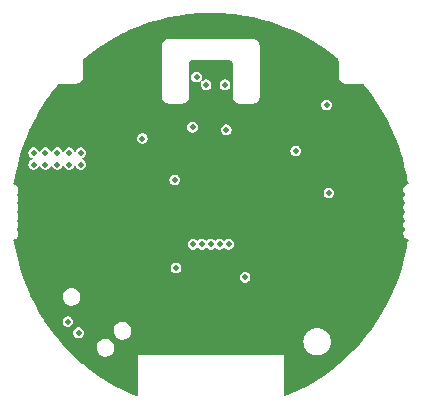
<source format=gbr>
%TF.GenerationSoftware,KiCad,Pcbnew,7.0.6-7.0.6~ubuntu23.04.1*%
%TF.CreationDate,2023-08-08T21:58:14-04:00*%
%TF.ProjectId,EnviroPuck,456e7669-726f-4507-9563-6b2e6b696361,rev?*%
%TF.SameCoordinates,Original*%
%TF.FileFunction,Copper,L3,Inr*%
%TF.FilePolarity,Positive*%
%FSLAX46Y46*%
G04 Gerber Fmt 4.6, Leading zero omitted, Abs format (unit mm)*
G04 Created by KiCad (PCBNEW 7.0.6-7.0.6~ubuntu23.04.1) date 2023-08-08 21:58:14*
%MOMM*%
%LPD*%
G01*
G04 APERTURE LIST*
%TA.AperFunction,ViaPad*%
%ADD10C,0.500000*%
%TD*%
G04 APERTURE END LIST*
D10*
%TO.N,GND*%
X-13000000Y-5000000D03*
X13000000Y-5000000D03*
X13000000Y5000000D03*
%TO.N,/~{RST}*%
X-11200000Y-10250000D03*
X-2950000Y-4750000D03*
%TO.N,GND*%
X-10250000Y-11050000D03*
%TO.N,+BATT*%
X-12100000Y-9300000D03*
%TO.N,GND*%
X4050000Y5650000D03*
X1550000Y5650000D03*
%TO.N,/VDD_BME680*%
X9800000Y9050000D03*
%TO.N,GND*%
X8150000Y5150000D03*
%TO.N,+BATT*%
X7200000Y5150000D03*
%TO.N,GND*%
X7850000Y11100000D03*
X2200000Y8700000D03*
%TO.N,/VDD_BME680*%
X1300000Y6950000D03*
X1200000Y10750000D03*
X-400000Y10750000D03*
%TO.N,GND*%
X400000Y11400000D03*
%TO.N,/MISO*%
X-1200000Y11400000D03*
X-1550000Y7150000D03*
%TO.N,+BATT*%
X2900000Y-5550000D03*
%TO.N,GND*%
X6050000Y-950000D03*
X-5800000Y-950000D03*
%TO.N,+BATT*%
X10000498Y1600000D03*
%TO.N,GND*%
X6150000Y-10750000D03*
X6150000Y-11550000D03*
X-5750000Y-11550000D03*
%TO.N,+BATT*%
X-3050000Y2700000D03*
%TO.N,GND*%
X-6000000Y1300000D03*
%TO.N,+BATT*%
X-5800000Y6200000D03*
%TO.N,GND*%
X-5800000Y4300000D03*
%TO.N,Net-(BT1-+)*%
X-13000000Y4000000D03*
X-14000000Y4000000D03*
X-15000000Y4000000D03*
X-15000000Y5000000D03*
X-11000000Y5000000D03*
X-11000000Y4000000D03*
X-12000000Y4000000D03*
X-12000000Y5000000D03*
X-13000000Y5000000D03*
X-14000000Y5000000D03*
%TO.N,*%
X1500000Y-2750000D03*
X750000Y-2750000D03*
X0Y-2750000D03*
X-750000Y-2750000D03*
X-1500000Y-2750000D03*
%TD*%
%TA.AperFunction,Conductor*%
%TO.N,GND*%
G36*
X408031Y16844493D02*
G01*
X1219603Y16805238D01*
X1221378Y16805110D01*
X1470365Y16780966D01*
X2030106Y16726689D01*
X2031840Y16726479D01*
X2835880Y16609072D01*
X2837590Y16608780D01*
X3635007Y16452666D01*
X3636679Y16452296D01*
X4425644Y16257834D01*
X4427307Y16257381D01*
X5147077Y16042597D01*
X5205913Y16025040D01*
X5207591Y16024496D01*
X5974071Y15754807D01*
X5975703Y15754188D01*
X6728253Y15447785D01*
X6729851Y15447089D01*
X7098302Y15275880D01*
X7466732Y15104680D01*
X7468335Y15103887D01*
X8187765Y14726302D01*
X8189328Y14725433D01*
X8889682Y14313525D01*
X8891189Y14312590D01*
X9570832Y13867323D01*
X9572281Y13866323D01*
X10229653Y13388715D01*
X10231033Y13387660D01*
X10649971Y13051195D01*
X10649978Y13051188D01*
X10654392Y13047644D01*
X10654393Y13047642D01*
X10672466Y13033129D01*
X10674263Y13031685D01*
X10679556Y13027433D01*
X10682627Y13024671D01*
X10730278Y12976736D01*
X10740539Y12963801D01*
X10773064Y12911788D01*
X10780201Y12896899D01*
X10800381Y12838976D01*
X10804040Y12822877D01*
X10811587Y12755583D01*
X10811817Y12751453D01*
X10811813Y12710721D01*
X10811818Y12710678D01*
X10811818Y11471471D01*
X10811863Y11470772D01*
X10811858Y11420089D01*
X10844458Y11277184D01*
X10844462Y11277173D01*
X10908051Y11145101D01*
X10908053Y11145097D01*
X10979071Y11056033D01*
X10999441Y11030487D01*
X11114045Y10939086D01*
X11114050Y10939084D01*
X11114051Y10939083D01*
X11246108Y10875485D01*
X11246112Y10875484D01*
X11246116Y10875482D01*
X11389029Y10842865D01*
X11462323Y10842867D01*
X12727073Y10842867D01*
X12731111Y10842647D01*
X12796705Y10835446D01*
X12812416Y10831960D01*
X12869154Y10812689D01*
X12883741Y10805885D01*
X12934960Y10774797D01*
X12947734Y10764993D01*
X12961024Y10752270D01*
X12991026Y10723547D01*
X12995726Y10719048D01*
X12998486Y10716100D01*
X13136421Y10551690D01*
X13137475Y10550374D01*
X13630947Y9904580D01*
X13631998Y9903133D01*
X14093552Y9234457D01*
X14094532Y9232961D01*
X14523243Y8542766D01*
X14524150Y8541224D01*
X14919016Y7831114D01*
X14919847Y7829531D01*
X15279944Y7101178D01*
X15280698Y7099556D01*
X15605184Y6354657D01*
X15605858Y6353001D01*
X15893975Y5593298D01*
X15894569Y5591611D01*
X15975034Y5343966D01*
X16117943Y4904135D01*
X16145641Y4818891D01*
X16146150Y4817185D01*
X16359981Y4031825D01*
X16389200Y3903882D01*
X16597646Y2991165D01*
X16599503Y2974689D01*
X16599503Y2899342D01*
X16634459Y2701093D01*
X16703311Y2511924D01*
X16739363Y2449480D01*
X16748153Y2399630D01*
X16722843Y2355793D01*
X16685810Y2339233D01*
X16657544Y2335169D01*
X16526626Y2275380D01*
X16417860Y2181135D01*
X16417855Y2181128D01*
X16340047Y2060058D01*
X16340046Y2060054D01*
X16299500Y1921968D01*
X16299500Y1778039D01*
X16340046Y1639953D01*
X16340047Y1639949D01*
X16417127Y1520011D01*
X16428279Y1470636D01*
X16417127Y1439997D01*
X16340048Y1320058D01*
X16340046Y1320054D01*
X16299500Y1181968D01*
X16299500Y1038039D01*
X16340046Y899953D01*
X16340047Y899950D01*
X16340048Y899949D01*
X16417127Y780010D01*
X16428279Y730635D01*
X16417127Y699996D01*
X16340048Y580058D01*
X16340046Y580054D01*
X16299500Y441968D01*
X16299500Y298039D01*
X16340046Y159953D01*
X16340047Y159950D01*
X16340048Y159949D01*
X16417127Y40010D01*
X16428279Y-9365D01*
X16417127Y-40004D01*
X16340048Y-159942D01*
X16340046Y-159946D01*
X16299500Y-298032D01*
X16299500Y-441961D01*
X16340046Y-580047D01*
X16340047Y-580050D01*
X16340048Y-580051D01*
X16417127Y-699990D01*
X16428279Y-749365D01*
X16417127Y-780004D01*
X16340048Y-899942D01*
X16340046Y-899946D01*
X16299500Y-1038032D01*
X16299500Y-1181961D01*
X16340046Y-1320047D01*
X16340047Y-1320051D01*
X16417127Y-1439989D01*
X16428279Y-1489364D01*
X16417127Y-1520003D01*
X16340048Y-1639942D01*
X16340046Y-1639946D01*
X16299500Y-1778032D01*
X16299500Y-1921961D01*
X16340046Y-2060047D01*
X16340047Y-2060051D01*
X16381260Y-2124179D01*
X16417857Y-2181125D01*
X16417859Y-2181126D01*
X16417860Y-2181128D01*
X16499434Y-2251811D01*
X16526627Y-2275374D01*
X16657543Y-2335162D01*
X16676804Y-2337931D01*
X16685808Y-2339226D01*
X16730426Y-2363132D01*
X16749240Y-2410125D01*
X16739363Y-2449473D01*
X16703308Y-2511922D01*
X16634457Y-2701089D01*
X16599500Y-2899337D01*
X16599499Y-2899345D01*
X16599499Y-2974686D01*
X16597642Y-2991160D01*
X16359982Y-4031821D01*
X16146153Y-4817175D01*
X16145641Y-4818889D01*
X15894569Y-5591609D01*
X15893975Y-5593296D01*
X15605858Y-6352999D01*
X15605184Y-6354655D01*
X15280698Y-7099554D01*
X15279944Y-7101176D01*
X14919847Y-7829529D01*
X14919016Y-7831112D01*
X14524150Y-8541222D01*
X14523243Y-8542764D01*
X14094532Y-9232959D01*
X14093552Y-9234455D01*
X13631998Y-9903131D01*
X13630947Y-9904578D01*
X13137631Y-10550167D01*
X13136511Y-10551562D01*
X12612584Y-11172562D01*
X12611398Y-11173900D01*
X12058057Y-11768884D01*
X12056808Y-11770164D01*
X11475392Y-12337698D01*
X11474082Y-12338916D01*
X10865902Y-12877716D01*
X10864535Y-12878869D01*
X10231044Y-13387650D01*
X10229622Y-13388736D01*
X9572304Y-13866305D01*
X9570832Y-13867321D01*
X8891201Y-14312580D01*
X8889682Y-14313523D01*
X8189328Y-14725431D01*
X8187765Y-14726300D01*
X7468335Y-15103885D01*
X7466732Y-15104678D01*
X6729872Y-15447078D01*
X6728232Y-15447792D01*
X6301905Y-15621373D01*
X6251322Y-15623275D01*
X6211350Y-15592218D01*
X6200000Y-15552836D01*
X6200000Y-12100000D01*
X-6200000Y-12100000D01*
X-6200000Y-15552835D01*
X-6217313Y-15600401D01*
X-6261150Y-15625711D01*
X-6301905Y-15621372D01*
X-6728240Y-15447789D01*
X-6729880Y-15447075D01*
X-7466734Y-15104678D01*
X-7468337Y-15103885D01*
X-8187753Y-14726307D01*
X-8189316Y-14725438D01*
X-8889676Y-14313529D01*
X-8891195Y-14312586D01*
X-9570844Y-13867315D01*
X-9572307Y-13866305D01*
X-10229638Y-13388726D01*
X-10231034Y-13387658D01*
X-10864538Y-12878869D01*
X-10865905Y-12877716D01*
X-11474084Y-12338916D01*
X-11475381Y-12337710D01*
X-12056817Y-11770157D01*
X-12058059Y-11768884D01*
X-12254060Y-11558133D01*
X-9671976Y-11558133D01*
X-9641701Y-11729826D01*
X-9572649Y-11889909D01*
X-9572648Y-11889910D01*
X-9468537Y-12029755D01*
X-9397125Y-12089677D01*
X-9334986Y-12141819D01*
X-9334985Y-12141819D01*
X-9334983Y-12141821D01*
X-9179184Y-12220066D01*
X-9009540Y-12260272D01*
X-8878933Y-12260272D01*
X-8749205Y-12245109D01*
X-8585376Y-12185480D01*
X-8439715Y-12089677D01*
X-8320073Y-11962865D01*
X-8232902Y-11811879D01*
X-8182900Y-11644860D01*
X-8172762Y-11470812D01*
X-8203037Y-11299118D01*
X-8272090Y-11139034D01*
X-8375595Y-11000003D01*
X7844571Y-11000003D01*
X7864242Y-11212303D01*
X7864243Y-11212309D01*
X7922593Y-11417383D01*
X7922596Y-11417393D01*
X8017632Y-11608252D01*
X8017636Y-11608258D01*
X8062813Y-11668082D01*
X8146128Y-11778407D01*
X8303698Y-11922052D01*
X8484981Y-12034298D01*
X8683802Y-12111321D01*
X8893390Y-12150500D01*
X9106610Y-12150500D01*
X9316198Y-12111321D01*
X9515019Y-12034298D01*
X9696302Y-11922052D01*
X9853872Y-11778407D01*
X9982366Y-11608255D01*
X10077405Y-11417389D01*
X10135756Y-11212310D01*
X10142547Y-11139030D01*
X10155429Y-11000003D01*
X10155429Y-10999996D01*
X10135757Y-10787696D01*
X10135756Y-10787690D01*
X10117553Y-10723713D01*
X10077405Y-10582611D01*
X10061945Y-10551563D01*
X9982367Y-10391747D01*
X9982363Y-10391741D01*
X9969746Y-10375034D01*
X9853872Y-10221593D01*
X9696302Y-10077948D01*
X9515019Y-9965702D01*
X9360989Y-9906031D01*
X9316201Y-9888680D01*
X9316200Y-9888679D01*
X9316198Y-9888679D01*
X9224150Y-9871472D01*
X9106613Y-9849500D01*
X9106610Y-9849500D01*
X8893390Y-9849500D01*
X8893386Y-9849500D01*
X8736669Y-9878796D01*
X8683802Y-9888679D01*
X8683800Y-9888679D01*
X8683798Y-9888680D01*
X8532627Y-9947244D01*
X8484981Y-9965702D01*
X8484976Y-9965704D01*
X8484976Y-9965705D01*
X8303700Y-10077946D01*
X8146130Y-10221590D01*
X8017636Y-10391741D01*
X8017632Y-10391747D01*
X7922596Y-10582606D01*
X7922593Y-10582616D01*
X7864243Y-10787690D01*
X7864242Y-10787696D01*
X7844571Y-10999996D01*
X7844571Y-11000003D01*
X-8375595Y-11000003D01*
X-8376201Y-10999189D01*
X-8447615Y-10939265D01*
X-8509753Y-10887124D01*
X-8665554Y-10808878D01*
X-8665558Y-10808877D01*
X-8835198Y-10768672D01*
X-8965805Y-10768672D01*
X-9095534Y-10783835D01*
X-9095538Y-10783836D01*
X-9259360Y-10843462D01*
X-9405022Y-10939265D01*
X-9524666Y-11066080D01*
X-9611836Y-11217064D01*
X-9611838Y-11217068D01*
X-9661837Y-11384077D01*
X-9661838Y-11384083D01*
X-9661838Y-11384084D01*
X-9668550Y-11499324D01*
X-9671976Y-11558133D01*
X-12254060Y-11558133D01*
X-12611400Y-11173900D01*
X-12612565Y-11172585D01*
X-13136524Y-10551550D01*
X-13137633Y-10550168D01*
X-13367000Y-10250000D01*
X-11655133Y-10250000D01*
X-11636698Y-10378223D01*
X-11636698Y-10378224D01*
X-11636697Y-10378226D01*
X-11582882Y-10496063D01*
X-11498049Y-10593967D01*
X-11389069Y-10664004D01*
X-11264772Y-10700500D01*
X-11135228Y-10700500D01*
X-11010931Y-10664004D01*
X-10901951Y-10593967D01*
X-10817118Y-10496063D01*
X-10763303Y-10378226D01*
X-10744867Y-10250000D01*
X-10763303Y-10121774D01*
X-10763523Y-10121292D01*
X-8235135Y-10121292D01*
X-8204860Y-10292985D01*
X-8135808Y-10453068D01*
X-8135807Y-10453069D01*
X-8031696Y-10592914D01*
X-7960284Y-10652836D01*
X-7898145Y-10704978D01*
X-7898144Y-10704978D01*
X-7898142Y-10704980D01*
X-7742343Y-10783225D01*
X-7572699Y-10823431D01*
X-7442092Y-10823431D01*
X-7312364Y-10808268D01*
X-7148535Y-10748639D01*
X-7002874Y-10652836D01*
X-6883232Y-10526024D01*
X-6796061Y-10375038D01*
X-6746059Y-10208019D01*
X-6735921Y-10033971D01*
X-6766196Y-9862277D01*
X-6835249Y-9702193D01*
X-6939360Y-9562348D01*
X-7010774Y-9502424D01*
X-7072912Y-9450283D01*
X-7228713Y-9372037D01*
X-7228717Y-9372036D01*
X-7398357Y-9331831D01*
X-7528964Y-9331831D01*
X-7658693Y-9346994D01*
X-7658697Y-9346995D01*
X-7822519Y-9406621D01*
X-7968181Y-9502424D01*
X-8087825Y-9629239D01*
X-8174995Y-9780223D01*
X-8174997Y-9780227D01*
X-8224996Y-9947236D01*
X-8224997Y-9947244D01*
X-8235135Y-10121292D01*
X-10763523Y-10121292D01*
X-10817118Y-10003937D01*
X-10901951Y-9906033D01*
X-10989918Y-9849500D01*
X-11010932Y-9835995D01*
X-11135228Y-9799500D01*
X-11264772Y-9799500D01*
X-11389069Y-9835995D01*
X-11498046Y-9906031D01*
X-11498050Y-9906034D01*
X-11582881Y-10003935D01*
X-11636698Y-10121776D01*
X-11655133Y-10250000D01*
X-13367000Y-10250000D01*
X-13630956Y-9904567D01*
X-13632007Y-9903121D01*
X-14048313Y-9300000D01*
X-12555133Y-9300000D01*
X-12536698Y-9428223D01*
X-12536698Y-9428224D01*
X-12536697Y-9428226D01*
X-12482882Y-9546063D01*
X-12398049Y-9643967D01*
X-12289069Y-9714004D01*
X-12164772Y-9750500D01*
X-12035228Y-9750500D01*
X-11910931Y-9714004D01*
X-11801951Y-9643967D01*
X-11717118Y-9546063D01*
X-11663303Y-9428226D01*
X-11644867Y-9300000D01*
X-11663303Y-9171774D01*
X-11717118Y-9053937D01*
X-11801951Y-8956033D01*
X-11868968Y-8912964D01*
X-11910932Y-8885995D01*
X-12035228Y-8849500D01*
X-12164772Y-8849500D01*
X-12289069Y-8885995D01*
X-12398046Y-8956031D01*
X-12398050Y-8956034D01*
X-12482881Y-9053935D01*
X-12536698Y-9171776D01*
X-12555133Y-9300000D01*
X-14048313Y-9300000D01*
X-14093558Y-9234451D01*
X-14094538Y-9232955D01*
X-14132540Y-9171774D01*
X-14523244Y-8542764D01*
X-14524147Y-8541229D01*
X-14919022Y-7831105D01*
X-14919853Y-7829522D01*
X-15207550Y-7247610D01*
X-12545658Y-7247610D01*
X-12515383Y-7419303D01*
X-12446331Y-7579386D01*
X-12446330Y-7579387D01*
X-12342219Y-7719232D01*
X-12270807Y-7779154D01*
X-12208668Y-7831296D01*
X-12208667Y-7831296D01*
X-12208665Y-7831298D01*
X-12052866Y-7909543D01*
X-11883222Y-7949749D01*
X-11752615Y-7949749D01*
X-11622887Y-7934586D01*
X-11459058Y-7874957D01*
X-11313397Y-7779154D01*
X-11193755Y-7652342D01*
X-11106584Y-7501356D01*
X-11056582Y-7334337D01*
X-11046444Y-7160289D01*
X-11076719Y-6988595D01*
X-11145772Y-6828511D01*
X-11249883Y-6688666D01*
X-11321297Y-6628742D01*
X-11383435Y-6576601D01*
X-11539236Y-6498355D01*
X-11539240Y-6498354D01*
X-11708880Y-6458149D01*
X-11839487Y-6458149D01*
X-11969216Y-6473312D01*
X-11969220Y-6473313D01*
X-12133042Y-6532939D01*
X-12278704Y-6628742D01*
X-12398348Y-6755557D01*
X-12485518Y-6906541D01*
X-12485520Y-6906545D01*
X-12535519Y-7073554D01*
X-12535520Y-7073560D01*
X-12535520Y-7073561D01*
X-12537128Y-7101176D01*
X-12545658Y-7247610D01*
X-15207550Y-7247610D01*
X-15279946Y-7101177D01*
X-15280700Y-7099555D01*
X-15329035Y-6988595D01*
X-15605192Y-6354639D01*
X-15605855Y-6353012D01*
X-15893977Y-5593296D01*
X-15894565Y-5591628D01*
X-15908091Y-5549999D01*
X2444867Y-5549999D01*
X2463302Y-5678223D01*
X2463302Y-5678224D01*
X2463303Y-5678226D01*
X2517118Y-5796063D01*
X2601951Y-5893967D01*
X2710931Y-5964004D01*
X2835228Y-6000500D01*
X2964772Y-6000500D01*
X3089069Y-5964004D01*
X3198049Y-5893967D01*
X3282882Y-5796063D01*
X3336697Y-5678226D01*
X3355133Y-5550000D01*
X3336697Y-5421774D01*
X3282882Y-5303937D01*
X3198049Y-5206033D01*
X3131032Y-5162964D01*
X3089068Y-5135995D01*
X2964772Y-5099500D01*
X2835228Y-5099500D01*
X2710931Y-5135995D01*
X2601954Y-5206031D01*
X2601950Y-5206034D01*
X2517119Y-5303935D01*
X2463302Y-5421776D01*
X2444867Y-5549999D01*
X-15908091Y-5549999D01*
X-16145651Y-4818863D01*
X-16146144Y-4817214D01*
X-16164445Y-4749999D01*
X-3405133Y-4749999D01*
X-3386698Y-4878223D01*
X-3386698Y-4878224D01*
X-3386697Y-4878226D01*
X-3332882Y-4996063D01*
X-3248049Y-5093967D01*
X-3139069Y-5164004D01*
X-3014772Y-5200500D01*
X-2885228Y-5200500D01*
X-2760931Y-5164004D01*
X-2651951Y-5093967D01*
X-2567118Y-4996063D01*
X-2513303Y-4878226D01*
X-2494867Y-4750000D01*
X-2513303Y-4621774D01*
X-2567118Y-4503937D01*
X-2651951Y-4406033D01*
X-2718968Y-4362964D01*
X-2760932Y-4335995D01*
X-2885228Y-4299500D01*
X-3014772Y-4299500D01*
X-3139069Y-4335995D01*
X-3248046Y-4406031D01*
X-3248050Y-4406034D01*
X-3332881Y-4503935D01*
X-3386698Y-4621776D01*
X-3405133Y-4749999D01*
X-16164445Y-4749999D01*
X-16359978Y-4031840D01*
X-16597643Y-2991173D01*
X-16599500Y-2974697D01*
X-16599500Y-2899345D01*
X-16599501Y-2899337D01*
X-16625834Y-2749999D01*
X-1955133Y-2749999D01*
X-1936698Y-2878223D01*
X-1936698Y-2878224D01*
X-1936697Y-2878226D01*
X-1882882Y-2996063D01*
X-1798049Y-3093967D01*
X-1689069Y-3164004D01*
X-1564772Y-3200500D01*
X-1435228Y-3200500D01*
X-1310931Y-3164004D01*
X-1201951Y-3093967D01*
X-1180926Y-3069701D01*
X-1136696Y-3045091D01*
X-1086991Y-3054669D01*
X-1069076Y-3069701D01*
X-1048054Y-3093962D01*
X-1048053Y-3093963D01*
X-1048049Y-3093967D01*
X-939069Y-3164004D01*
X-814772Y-3200500D01*
X-685228Y-3200500D01*
X-560931Y-3164004D01*
X-451951Y-3093967D01*
X-430926Y-3069701D01*
X-386696Y-3045091D01*
X-336991Y-3054669D01*
X-319076Y-3069701D01*
X-298054Y-3093962D01*
X-298053Y-3093963D01*
X-298049Y-3093967D01*
X-189069Y-3164004D01*
X-64772Y-3200500D01*
X64772Y-3200500D01*
X189069Y-3164004D01*
X298049Y-3093967D01*
X319074Y-3069701D01*
X363304Y-3045091D01*
X413009Y-3054669D01*
X430924Y-3069701D01*
X451946Y-3093962D01*
X451947Y-3093963D01*
X451951Y-3093967D01*
X560931Y-3164004D01*
X685228Y-3200500D01*
X814772Y-3200500D01*
X939069Y-3164004D01*
X1048049Y-3093967D01*
X1069074Y-3069701D01*
X1113304Y-3045091D01*
X1163009Y-3054669D01*
X1180924Y-3069701D01*
X1201946Y-3093962D01*
X1201947Y-3093963D01*
X1201951Y-3093967D01*
X1310931Y-3164004D01*
X1435228Y-3200500D01*
X1564772Y-3200500D01*
X1689069Y-3164004D01*
X1798049Y-3093967D01*
X1882882Y-2996063D01*
X1936697Y-2878226D01*
X1955133Y-2750000D01*
X1936697Y-2621774D01*
X1882882Y-2503937D01*
X1798049Y-2406033D01*
X1711633Y-2350497D01*
X1689068Y-2335995D01*
X1564772Y-2299500D01*
X1435228Y-2299500D01*
X1310931Y-2335995D01*
X1201954Y-2406031D01*
X1201946Y-2406037D01*
X1180925Y-2430298D01*
X1136692Y-2454909D01*
X1086988Y-2445329D01*
X1069075Y-2430298D01*
X1048053Y-2406037D01*
X1048051Y-2406035D01*
X1048049Y-2406033D01*
X961633Y-2350497D01*
X939068Y-2335995D01*
X814772Y-2299500D01*
X685228Y-2299500D01*
X560931Y-2335995D01*
X451954Y-2406031D01*
X451946Y-2406037D01*
X430925Y-2430298D01*
X386692Y-2454909D01*
X336988Y-2445329D01*
X319075Y-2430298D01*
X298053Y-2406037D01*
X298051Y-2406035D01*
X298049Y-2406033D01*
X211633Y-2350497D01*
X189068Y-2335995D01*
X64772Y-2299500D01*
X-64772Y-2299500D01*
X-189069Y-2335995D01*
X-298046Y-2406031D01*
X-298055Y-2406038D01*
X-319077Y-2430299D01*
X-363311Y-2454909D01*
X-413015Y-2445328D01*
X-430925Y-2430299D01*
X-448405Y-2410125D01*
X-451948Y-2406036D01*
X-451950Y-2406035D01*
X-451951Y-2406033D01*
X-538367Y-2350497D01*
X-560932Y-2335995D01*
X-685228Y-2299500D01*
X-814772Y-2299500D01*
X-939069Y-2335995D01*
X-1048046Y-2406031D01*
X-1048054Y-2406037D01*
X-1069075Y-2430298D01*
X-1113308Y-2454909D01*
X-1163012Y-2445329D01*
X-1180925Y-2430298D01*
X-1201947Y-2406037D01*
X-1201949Y-2406035D01*
X-1201951Y-2406033D01*
X-1288367Y-2350497D01*
X-1310932Y-2335995D01*
X-1435228Y-2299500D01*
X-1564772Y-2299500D01*
X-1689069Y-2335995D01*
X-1798046Y-2406031D01*
X-1798050Y-2406034D01*
X-1882881Y-2503935D01*
X-1882882Y-2503936D01*
X-1882882Y-2503937D01*
X-1893891Y-2528043D01*
X-1936698Y-2621776D01*
X-1955133Y-2749999D01*
X-16625834Y-2749999D01*
X-16634458Y-2701088D01*
X-16634459Y-2701087D01*
X-16703311Y-2511918D01*
X-16739364Y-2449473D01*
X-16748153Y-2399625D01*
X-16722843Y-2355788D01*
X-16685808Y-2339228D01*
X-16657543Y-2335165D01*
X-16526627Y-2275377D01*
X-16417857Y-2181128D01*
X-16340047Y-2060053D01*
X-16299501Y-1921963D01*
X-16299500Y-1921963D01*
X-16299500Y-1778036D01*
X-16299501Y-1778035D01*
X-16308789Y-1746403D01*
X-16340047Y-1639947D01*
X-16417128Y-1520006D01*
X-16428280Y-1470631D01*
X-16417131Y-1439997D01*
X-16340047Y-1320053D01*
X-16299501Y-1181963D01*
X-16299500Y-1181963D01*
X-16299500Y-1038036D01*
X-16299501Y-1038035D01*
X-16308789Y-1006403D01*
X-16340047Y-899947D01*
X-16417129Y-780005D01*
X-16428280Y-730632D01*
X-16417128Y-699993D01*
X-16340048Y-580054D01*
X-16340049Y-580054D01*
X-16340047Y-580053D01*
X-16299501Y-441963D01*
X-16299500Y-441963D01*
X-16299500Y-298036D01*
X-16299501Y-298035D01*
X-16308789Y-266403D01*
X-16340047Y-159947D01*
X-16417129Y-40005D01*
X-16428280Y9368D01*
X-16417128Y40007D01*
X-16340048Y159946D01*
X-16340049Y159946D01*
X-16340047Y159947D01*
X-16299501Y298037D01*
X-16299500Y298037D01*
X-16299500Y441964D01*
X-16299501Y441965D01*
X-16308789Y473597D01*
X-16340047Y580053D01*
X-16417129Y699995D01*
X-16428280Y749368D01*
X-16417128Y780007D01*
X-16340048Y899946D01*
X-16340049Y899946D01*
X-16340047Y899947D01*
X-16299501Y1038037D01*
X-16299500Y1038037D01*
X-16299500Y1181964D01*
X-16299501Y1181965D01*
X-16321250Y1256035D01*
X-16340047Y1320053D01*
X-16417128Y1439994D01*
X-16428280Y1489369D01*
X-16417131Y1520003D01*
X-16365720Y1600000D01*
X9545365Y1600000D01*
X9563800Y1471777D01*
X9563800Y1471776D01*
X9563801Y1471774D01*
X9617616Y1353937D01*
X9702449Y1256033D01*
X9811429Y1185996D01*
X9935726Y1149500D01*
X10065270Y1149500D01*
X10189567Y1185996D01*
X10298547Y1256033D01*
X10383380Y1353937D01*
X10437195Y1471774D01*
X10455631Y1600000D01*
X10437195Y1728226D01*
X10383380Y1846063D01*
X10298547Y1943967D01*
X10211353Y2000003D01*
X10189566Y2014005D01*
X10065270Y2050500D01*
X9935726Y2050500D01*
X9811429Y2014005D01*
X9702452Y1943969D01*
X9702448Y1943966D01*
X9617617Y1846065D01*
X9563800Y1728224D01*
X9545365Y1600000D01*
X-16365720Y1600000D01*
X-16340047Y1639947D01*
X-16299501Y1778037D01*
X-16299500Y1778037D01*
X-16299500Y1921964D01*
X-16299501Y1921965D01*
X-16326526Y2014004D01*
X-16340047Y2060053D01*
X-16417857Y2181128D01*
X-16417860Y2181131D01*
X-16417861Y2181132D01*
X-16526627Y2275377D01*
X-16566676Y2293667D01*
X-16657543Y2335165D01*
X-16657545Y2335166D01*
X-16657546Y2335166D01*
X-16685808Y2339229D01*
X-16730426Y2363135D01*
X-16749240Y2410128D01*
X-16739363Y2449475D01*
X-16703309Y2511921D01*
X-16634854Y2700001D01*
X-3505133Y2700001D01*
X-3486698Y2571777D01*
X-3486698Y2571776D01*
X-3486697Y2571774D01*
X-3432882Y2453937D01*
X-3348049Y2356033D01*
X-3239069Y2285996D01*
X-3114772Y2249500D01*
X-2985228Y2249500D01*
X-2860931Y2285996D01*
X-2751951Y2356033D01*
X-2667118Y2453937D01*
X-2613303Y2571774D01*
X-2594867Y2700000D01*
X-2613303Y2828226D01*
X-2667118Y2946063D01*
X-2751951Y3043967D01*
X-2818968Y3087036D01*
X-2860932Y3114005D01*
X-2985228Y3150500D01*
X-3114772Y3150500D01*
X-3239069Y3114005D01*
X-3348046Y3043969D01*
X-3348050Y3043966D01*
X-3432881Y2946065D01*
X-3486698Y2828224D01*
X-3505133Y2700001D01*
X-16634854Y2700001D01*
X-16634457Y2701092D01*
X-16599500Y2899344D01*
X-16599500Y2974690D01*
X-16597643Y2991165D01*
X-16585584Y3043966D01*
X-16367250Y4000000D01*
X-15455133Y4000000D01*
X-15436698Y3871777D01*
X-15436698Y3871776D01*
X-15436697Y3871774D01*
X-15382882Y3753937D01*
X-15298049Y3656033D01*
X-15189069Y3585996D01*
X-15064772Y3549500D01*
X-14935228Y3549500D01*
X-14810931Y3585996D01*
X-14701951Y3656033D01*
X-14617118Y3753937D01*
X-14567312Y3862997D01*
X-14531805Y3899071D01*
X-14481415Y3903882D01*
X-14439721Y3875178D01*
X-14432691Y3863001D01*
X-14382882Y3753937D01*
X-14298049Y3656033D01*
X-14189069Y3585996D01*
X-14064772Y3549500D01*
X-13935228Y3549500D01*
X-13810931Y3585996D01*
X-13701951Y3656033D01*
X-13617118Y3753937D01*
X-13567312Y3862997D01*
X-13531805Y3899071D01*
X-13481415Y3903882D01*
X-13439721Y3875178D01*
X-13432691Y3863001D01*
X-13382882Y3753937D01*
X-13298049Y3656033D01*
X-13189069Y3585996D01*
X-13064772Y3549500D01*
X-12935228Y3549500D01*
X-12810931Y3585996D01*
X-12701951Y3656033D01*
X-12617118Y3753937D01*
X-12567312Y3862997D01*
X-12531805Y3899071D01*
X-12481415Y3903882D01*
X-12439721Y3875178D01*
X-12432691Y3863001D01*
X-12382882Y3753937D01*
X-12298049Y3656033D01*
X-12189069Y3585996D01*
X-12064772Y3549500D01*
X-11935228Y3549500D01*
X-11810931Y3585996D01*
X-11701951Y3656033D01*
X-11617118Y3753937D01*
X-11567312Y3862997D01*
X-11531805Y3899071D01*
X-11481415Y3903882D01*
X-11439721Y3875178D01*
X-11432691Y3863001D01*
X-11382882Y3753937D01*
X-11298049Y3656033D01*
X-11189069Y3585996D01*
X-11064772Y3549500D01*
X-10935228Y3549500D01*
X-10810931Y3585996D01*
X-10701951Y3656033D01*
X-10617118Y3753937D01*
X-10563303Y3871774D01*
X-10544867Y4000000D01*
X-10563303Y4128226D01*
X-10617118Y4246063D01*
X-10701951Y4343967D01*
X-10810931Y4414004D01*
X-10810934Y4414006D01*
X-10861995Y4428999D01*
X-10902757Y4459011D01*
X-10914690Y4508204D01*
X-10892211Y4553558D01*
X-10861994Y4571003D01*
X-10834129Y4579185D01*
X-10810933Y4585995D01*
X-10810931Y4585996D01*
X-10701951Y4656033D01*
X-10617118Y4753937D01*
X-10563303Y4871774D01*
X-10544867Y5000000D01*
X-10563303Y5128226D01*
X-10573247Y5150000D01*
X6744867Y5150000D01*
X6763302Y5021777D01*
X6763302Y5021776D01*
X6763303Y5021774D01*
X6817118Y4903937D01*
X6901951Y4806033D01*
X7010931Y4735996D01*
X7135228Y4699500D01*
X7264772Y4699500D01*
X7389069Y4735996D01*
X7498049Y4806033D01*
X7582882Y4903937D01*
X7636697Y5021774D01*
X7655133Y5150000D01*
X7636697Y5278226D01*
X7582882Y5396063D01*
X7498049Y5493967D01*
X7431032Y5537036D01*
X7389068Y5564005D01*
X7264772Y5600500D01*
X7135228Y5600500D01*
X7010931Y5564005D01*
X6901954Y5493969D01*
X6901950Y5493966D01*
X6817119Y5396065D01*
X6763302Y5278224D01*
X6744867Y5150000D01*
X-10573247Y5150000D01*
X-10617118Y5246063D01*
X-10701951Y5343967D01*
X-10783017Y5396065D01*
X-10810932Y5414005D01*
X-10935228Y5450500D01*
X-11064772Y5450500D01*
X-11189069Y5414005D01*
X-11298046Y5343969D01*
X-11298050Y5343966D01*
X-11382881Y5246065D01*
X-11382882Y5246064D01*
X-11382882Y5246063D01*
X-11426752Y5150001D01*
X-11432687Y5137006D01*
X-11468196Y5100930D01*
X-11518585Y5096119D01*
X-11560279Y5124823D01*
X-11567313Y5137006D01*
X-11573247Y5150000D01*
X-11617118Y5246063D01*
X-11701951Y5343967D01*
X-11783017Y5396065D01*
X-11810932Y5414005D01*
X-11935228Y5450500D01*
X-12064772Y5450500D01*
X-12189069Y5414005D01*
X-12298046Y5343969D01*
X-12298050Y5343966D01*
X-12382881Y5246065D01*
X-12382882Y5246064D01*
X-12382882Y5246063D01*
X-12426752Y5150001D01*
X-12432687Y5137006D01*
X-12468196Y5100930D01*
X-12518585Y5096119D01*
X-12560279Y5124823D01*
X-12567313Y5137006D01*
X-12573247Y5150000D01*
X-12617118Y5246063D01*
X-12701951Y5343967D01*
X-12783017Y5396065D01*
X-12810932Y5414005D01*
X-12935228Y5450500D01*
X-13064772Y5450500D01*
X-13189069Y5414005D01*
X-13298046Y5343969D01*
X-13298050Y5343966D01*
X-13382881Y5246065D01*
X-13382882Y5246064D01*
X-13382882Y5246063D01*
X-13426752Y5150001D01*
X-13432687Y5137006D01*
X-13468196Y5100930D01*
X-13518585Y5096119D01*
X-13560279Y5124823D01*
X-13567313Y5137006D01*
X-13573247Y5150000D01*
X-13617118Y5246063D01*
X-13701951Y5343967D01*
X-13783017Y5396065D01*
X-13810932Y5414005D01*
X-13935228Y5450500D01*
X-14064772Y5450500D01*
X-14189069Y5414005D01*
X-14298046Y5343969D01*
X-14298050Y5343966D01*
X-14382881Y5246065D01*
X-14382882Y5246064D01*
X-14382882Y5246063D01*
X-14426752Y5150001D01*
X-14432687Y5137006D01*
X-14468196Y5100930D01*
X-14518585Y5096119D01*
X-14560279Y5124823D01*
X-14567313Y5137006D01*
X-14573247Y5150000D01*
X-14617118Y5246063D01*
X-14701951Y5343967D01*
X-14783017Y5396065D01*
X-14810932Y5414005D01*
X-14935228Y5450500D01*
X-15064772Y5450500D01*
X-15189069Y5414005D01*
X-15298046Y5343969D01*
X-15298050Y5343966D01*
X-15382881Y5246065D01*
X-15436698Y5128224D01*
X-15455133Y5000000D01*
X-15436698Y4871777D01*
X-15436698Y4871776D01*
X-15436697Y4871774D01*
X-15382882Y4753937D01*
X-15298049Y4656033D01*
X-15189070Y4585996D01*
X-15189069Y4585996D01*
X-15138007Y4571003D01*
X-15097245Y4540990D01*
X-15085311Y4491798D01*
X-15107789Y4446444D01*
X-15138007Y4428997D01*
X-15189069Y4414005D01*
X-15298046Y4343969D01*
X-15298050Y4343966D01*
X-15382881Y4246065D01*
X-15436698Y4128224D01*
X-15455133Y4000000D01*
X-16367250Y4000000D01*
X-16359979Y4031837D01*
X-16146141Y4817227D01*
X-16145655Y4818853D01*
X-15894561Y5591643D01*
X-15893977Y5593298D01*
X-15663885Y6200000D01*
X-6255133Y6200000D01*
X-6236698Y6071777D01*
X-6236698Y6071776D01*
X-6236697Y6071774D01*
X-6182882Y5953937D01*
X-6098049Y5856033D01*
X-5989069Y5785996D01*
X-5864772Y5749500D01*
X-5735228Y5749500D01*
X-5610931Y5785996D01*
X-5501951Y5856033D01*
X-5417118Y5953937D01*
X-5363303Y6071774D01*
X-5344867Y6200000D01*
X-5363303Y6328226D01*
X-5417118Y6446063D01*
X-5501951Y6543967D01*
X-5598526Y6606032D01*
X-5610932Y6614005D01*
X-5735228Y6650500D01*
X-5864772Y6650500D01*
X-5989069Y6614005D01*
X-6098046Y6543969D01*
X-6098050Y6543966D01*
X-6182881Y6446065D01*
X-6236698Y6328224D01*
X-6255133Y6200000D01*
X-15663885Y6200000D01*
X-15605849Y6353028D01*
X-15605199Y6354627D01*
X-15280690Y7099580D01*
X-15279946Y7101179D01*
X-15255808Y7150001D01*
X-2005133Y7150001D01*
X-1986698Y7021777D01*
X-1986698Y7021776D01*
X-1986697Y7021774D01*
X-1932882Y6903937D01*
X-1848049Y6806033D01*
X-1739069Y6735996D01*
X-1614772Y6699500D01*
X-1485228Y6699500D01*
X-1360931Y6735996D01*
X-1251951Y6806033D01*
X-1167118Y6903937D01*
X-1146081Y6950000D01*
X844867Y6950000D01*
X863302Y6821777D01*
X863302Y6821776D01*
X863303Y6821774D01*
X917118Y6703937D01*
X1001951Y6606033D01*
X1110931Y6535996D01*
X1235228Y6499500D01*
X1364772Y6499500D01*
X1489069Y6535996D01*
X1598049Y6606033D01*
X1682882Y6703937D01*
X1736697Y6821774D01*
X1755133Y6950000D01*
X1736697Y7078226D01*
X1682882Y7196063D01*
X1598049Y7293967D01*
X1531032Y7337036D01*
X1489068Y7364005D01*
X1364772Y7400500D01*
X1235228Y7400500D01*
X1110931Y7364005D01*
X1001954Y7293969D01*
X1001950Y7293966D01*
X917119Y7196065D01*
X863302Y7078224D01*
X844867Y6950000D01*
X-1146081Y6950000D01*
X-1113303Y7021774D01*
X-1094867Y7150000D01*
X-1113303Y7278226D01*
X-1167118Y7396063D01*
X-1251951Y7493967D01*
X-1318968Y7537036D01*
X-1360932Y7564005D01*
X-1485228Y7600500D01*
X-1614772Y7600500D01*
X-1739069Y7564005D01*
X-1848046Y7493969D01*
X-1848050Y7493966D01*
X-1932881Y7396065D01*
X-1986698Y7278224D01*
X-2005133Y7150001D01*
X-15255808Y7150001D01*
X-14919845Y7829541D01*
X-14919022Y7831107D01*
X-14841649Y7970250D01*
X-14524138Y8541247D01*
X-14523244Y8542766D01*
X-14208180Y9050000D01*
X9344867Y9050000D01*
X9363302Y8921777D01*
X9363302Y8921776D01*
X9363303Y8921774D01*
X9417118Y8803937D01*
X9501951Y8706033D01*
X9610931Y8635996D01*
X9735228Y8599500D01*
X9864772Y8599500D01*
X9989069Y8635996D01*
X10098049Y8706033D01*
X10182882Y8803937D01*
X10236697Y8921774D01*
X10255133Y9050000D01*
X10236697Y9178226D01*
X10182882Y9296063D01*
X10098049Y9393967D01*
X9991551Y9462409D01*
X9989068Y9464005D01*
X9864772Y9500500D01*
X9735228Y9500500D01*
X9610931Y9464005D01*
X9501954Y9393969D01*
X9501950Y9393966D01*
X9417119Y9296065D01*
X9363302Y9178224D01*
X9344867Y9050000D01*
X-14208180Y9050000D01*
X-14094525Y9232978D01*
X-14093571Y9234435D01*
X-13753779Y9726706D01*
X-4150500Y9726706D01*
X-4132316Y9647037D01*
X-4117882Y9583796D01*
X-4117880Y9583792D01*
X-4054281Y9451726D01*
X-4054280Y9451725D01*
X-4054279Y9451723D01*
X-3962883Y9337117D01*
X-3848277Y9245721D01*
X-3716206Y9182119D01*
X-3573294Y9149500D01*
X-3573291Y9149500D01*
X-2426709Y9149500D01*
X-2426706Y9149500D01*
X-2283794Y9182119D01*
X-2151723Y9245721D01*
X-2037117Y9337117D01*
X-1945721Y9451723D01*
X-1882119Y9583794D01*
X-1849500Y9726706D01*
X-1849500Y9800000D01*
X-1849500Y9834351D01*
X-1849501Y11400000D01*
X-1655133Y11400000D01*
X-1636698Y11271777D01*
X-1636698Y11271776D01*
X-1636697Y11271774D01*
X-1582882Y11153937D01*
X-1498049Y11056033D01*
X-1389069Y10985996D01*
X-1264772Y10949500D01*
X-1135228Y10949500D01*
X-1010931Y10985996D01*
X-906667Y11053003D01*
X-857294Y11064155D01*
X-812302Y11040960D01*
X-792745Y10994272D01*
X-799348Y10960010D01*
X-836698Y10878226D01*
X-855133Y10750000D01*
X-836698Y10621777D01*
X-836698Y10621776D01*
X-836697Y10621774D01*
X-782882Y10503937D01*
X-698049Y10406033D01*
X-589069Y10335996D01*
X-464772Y10299500D01*
X-335228Y10299500D01*
X-210931Y10335996D01*
X-101951Y10406033D01*
X-17118Y10503937D01*
X36697Y10621774D01*
X55133Y10750000D01*
X744867Y10750000D01*
X763302Y10621777D01*
X763302Y10621776D01*
X763303Y10621774D01*
X817118Y10503937D01*
X901951Y10406033D01*
X1010931Y10335996D01*
X1135228Y10299500D01*
X1264772Y10299500D01*
X1389069Y10335996D01*
X1498049Y10406033D01*
X1582882Y10503937D01*
X1636697Y10621774D01*
X1655133Y10750000D01*
X1636697Y10878226D01*
X1582882Y10996063D01*
X1498049Y11093967D01*
X1418478Y11145104D01*
X1389068Y11164005D01*
X1264772Y11200500D01*
X1135228Y11200500D01*
X1010931Y11164005D01*
X901954Y11093969D01*
X901950Y11093966D01*
X817119Y10996065D01*
X763302Y10878224D01*
X744867Y10750000D01*
X55133Y10750000D01*
X36697Y10878226D01*
X-17118Y10996063D01*
X-101951Y11093967D01*
X-181522Y11145104D01*
X-210932Y11164005D01*
X-335228Y11200500D01*
X-464772Y11200500D01*
X-589069Y11164005D01*
X-693333Y11096998D01*
X-742708Y11085846D01*
X-787700Y11109041D01*
X-807256Y11155730D01*
X-800652Y11189992D01*
X-763303Y11271774D01*
X-762525Y11277184D01*
X-744867Y11400000D01*
X-763303Y11528226D01*
X-817118Y11646063D01*
X-901951Y11743967D01*
X-968968Y11787036D01*
X-1010932Y11814005D01*
X-1135228Y11850500D01*
X-1264772Y11850500D01*
X-1389069Y11814005D01*
X-1498046Y11743969D01*
X-1498050Y11743966D01*
X-1582881Y11646065D01*
X-1636698Y11528224D01*
X-1655133Y11400000D01*
X-1849501Y11400000D01*
X-1849501Y12497573D01*
X-1849183Y12502408D01*
X-1839851Y12573294D01*
X-1838862Y12580805D01*
X-1833865Y12599455D01*
X-1806402Y12665757D01*
X-1796753Y12682470D01*
X-1753061Y12739411D01*
X-1739411Y12753061D01*
X-1682470Y12796753D01*
X-1665757Y12806402D01*
X-1599455Y12833865D01*
X-1580803Y12838863D01*
X-1528319Y12845772D01*
X-1502406Y12849183D01*
X-1497571Y12849500D01*
X-1465649Y12849500D01*
X1465649Y12849500D01*
X1497571Y12849500D01*
X1502406Y12849183D01*
X1528318Y12845772D01*
X1580802Y12838863D01*
X1599455Y12833864D01*
X1665753Y12806403D01*
X1682472Y12796751D01*
X1738636Y12753655D01*
X1739405Y12753065D01*
X1753063Y12739407D01*
X1796748Y12682475D01*
X1806404Y12665750D01*
X1833862Y12599459D01*
X1838862Y12580801D01*
X1849183Y12502408D01*
X1849500Y12497573D01*
X1849500Y9834352D01*
X1849500Y9834351D01*
X1849500Y9800000D01*
X1849500Y9726706D01*
X1867684Y9647037D01*
X1882118Y9583796D01*
X1882120Y9583792D01*
X1945719Y9451726D01*
X1945720Y9451725D01*
X1945721Y9451723D01*
X2037117Y9337117D01*
X2151723Y9245721D01*
X2283794Y9182119D01*
X2426706Y9149500D01*
X2426709Y9149500D01*
X3573291Y9149500D01*
X3573294Y9149500D01*
X3716206Y9182119D01*
X3848277Y9245721D01*
X3962883Y9337117D01*
X4054279Y9451723D01*
X4117881Y9583794D01*
X4150500Y9726706D01*
X4150500Y9800000D01*
X4150500Y9834351D01*
X4150500Y14019814D01*
X4150500Y14073294D01*
X4117881Y14216206D01*
X4054279Y14348277D01*
X3962883Y14462883D01*
X3848277Y14554279D01*
X3848275Y14554280D01*
X3848274Y14554281D01*
X3716208Y14617880D01*
X3716204Y14617882D01*
X3652963Y14632316D01*
X3573294Y14650500D01*
X3519814Y14650500D01*
X-3465649Y14650500D01*
X-3500000Y14650500D01*
X-3573294Y14650500D01*
X-3640479Y14635166D01*
X-3716205Y14617882D01*
X-3716209Y14617880D01*
X-3848275Y14554281D01*
X-3848276Y14554280D01*
X-3962879Y14462887D01*
X-3962887Y14462879D01*
X-4054280Y14348276D01*
X-4054281Y14348275D01*
X-4117880Y14216209D01*
X-4117882Y14216205D01*
X-4138378Y14126408D01*
X-4150500Y14073294D01*
X-4150500Y14019814D01*
X-4150500Y9834351D01*
X-4150500Y9800000D01*
X-4150500Y9726706D01*
X-13753779Y9726706D01*
X-13632000Y9903133D01*
X-13630956Y9904569D01*
X-13508691Y10064574D01*
X-13137466Y10550389D01*
X-13136438Y10551672D01*
X-13026084Y10683208D01*
X-13026064Y10683224D01*
X-13018959Y10691695D01*
X-13018957Y10691695D01*
X-12998454Y10716139D01*
X-12998180Y10716466D01*
X-12995442Y10719391D01*
X-12947757Y10765055D01*
X-12934988Y10774855D01*
X-12883777Y10805940D01*
X-12869181Y10812749D01*
X-12812452Y10832014D01*
X-12796731Y10835500D01*
X-12731522Y10842648D01*
X-12727501Y10842867D01*
X-11440433Y10842867D01*
X-11439675Y10842918D01*
X-11389033Y10842915D01*
X-11306933Y10861651D01*
X-11246133Y10875525D01*
X-11246131Y10875527D01*
X-11246126Y10875527D01*
X-11114059Y10939120D01*
X-10999453Y11030506D01*
X-10908055Y11145102D01*
X-10844449Y11277163D01*
X-10811823Y11420067D01*
X-10811821Y11466489D01*
X-10811818Y11466508D01*
X-10811818Y11493387D01*
X-10811818Y11493388D01*
X-10811816Y11527708D01*
X-10811818Y11527711D01*
X-10811817Y11534754D01*
X-10811818Y11534776D01*
X-10811818Y12751555D01*
X-10811587Y12755687D01*
X-10809589Y12773479D01*
X-10804044Y12822867D01*
X-10800387Y12838950D01*
X-10780190Y12896911D01*
X-10773062Y12911777D01*
X-10740522Y12963819D01*
X-10730276Y12976738D01*
X-10682681Y13024633D01*
X-10679628Y13027378D01*
X-10231016Y13387676D01*
X-10229675Y13388701D01*
X-9572274Y13866331D01*
X-9570869Y13867301D01*
X-8891165Y14312607D01*
X-8889693Y14313521D01*
X-8189313Y14725442D01*
X-8187753Y14726309D01*
X-7468337Y15103887D01*
X-7466734Y15104680D01*
X-7385212Y15142562D01*
X-6729844Y15447093D01*
X-6728277Y15447776D01*
X-5975702Y15754190D01*
X-5974098Y15754798D01*
X-5207582Y16024500D01*
X-5205927Y16025037D01*
X-4427311Y16257380D01*
X-4425669Y16257828D01*
X-3636671Y16452299D01*
X-3635016Y16452665D01*
X-2837585Y16608782D01*
X-2835889Y16609071D01*
X-2031837Y16726480D01*
X-2030108Y16726689D01*
X-1588745Y16769488D01*
X-1221378Y16805110D01*
X-1219606Y16805238D01*
X-408031Y16844493D01*
X-406243Y16844536D01*
X406243Y16844536D01*
X408031Y16844493D01*
G37*
%TD.AperFunction*%
%TD*%
M02*

</source>
